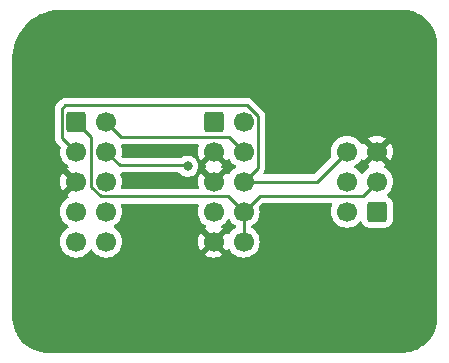
<source format=gbr>
%TF.GenerationSoftware,KiCad,Pcbnew,8.0.0*%
%TF.CreationDate,2024-04-02T10:27:19-06:00*%
%TF.ProjectId,swd_adapter,7377645f-6164-4617-9074-65722e6b6963,rev?*%
%TF.SameCoordinates,Original*%
%TF.FileFunction,Copper,L2,Bot*%
%TF.FilePolarity,Positive*%
%FSLAX46Y46*%
G04 Gerber Fmt 4.6, Leading zero omitted, Abs format (unit mm)*
G04 Created by KiCad (PCBNEW 8.0.0) date 2024-04-02 10:27:19*
%MOMM*%
%LPD*%
G01*
G04 APERTURE LIST*
G04 Aperture macros list*
%AMRoundRect*
0 Rectangle with rounded corners*
0 $1 Rounding radius*
0 $2 $3 $4 $5 $6 $7 $8 $9 X,Y pos of 4 corners*
0 Add a 4 corners polygon primitive as box body*
4,1,4,$2,$3,$4,$5,$6,$7,$8,$9,$2,$3,0*
0 Add four circle primitives for the rounded corners*
1,1,$1+$1,$2,$3*
1,1,$1+$1,$4,$5*
1,1,$1+$1,$6,$7*
1,1,$1+$1,$8,$9*
0 Add four rect primitives between the rounded corners*
20,1,$1+$1,$2,$3,$4,$5,0*
20,1,$1+$1,$4,$5,$6,$7,0*
20,1,$1+$1,$6,$7,$8,$9,0*
20,1,$1+$1,$8,$9,$2,$3,0*%
G04 Aperture macros list end*
%TA.AperFunction,ComponentPad*%
%ADD10RoundRect,0.250000X-0.600000X-0.600000X0.600000X-0.600000X0.600000X0.600000X-0.600000X0.600000X0*%
%TD*%
%TA.AperFunction,ComponentPad*%
%ADD11C,1.700000*%
%TD*%
%TA.AperFunction,ComponentPad*%
%ADD12RoundRect,0.250000X0.600000X0.600000X-0.600000X0.600000X-0.600000X-0.600000X0.600000X-0.600000X0*%
%TD*%
%TA.AperFunction,ViaPad*%
%ADD13C,0.800000*%
%TD*%
%TA.AperFunction,Conductor*%
%ADD14C,0.250000*%
%TD*%
G04 APERTURE END LIST*
D10*
%TO.P,J1,1,VTref*%
%TO.N,/Vcc*%
X115650000Y-58520000D03*
D11*
%TO.P,J1,2,SWDIO/TMS*%
%TO.N,/SWDIO*%
X118190000Y-58520000D03*
%TO.P,J1,3,GND*%
%TO.N,GND*%
X115650000Y-61060000D03*
%TO.P,J1,4,SWCLK/TCK*%
%TO.N,/SWCLK*%
X118190000Y-61060000D03*
%TO.P,J1,5,GND*%
%TO.N,GND*%
X115650000Y-63600000D03*
%TO.P,J1,6,SWO/TDO*%
%TO.N,/SWO*%
X118190000Y-63600000D03*
%TO.P,J1,7,KEY*%
%TO.N,unconnected-(J1-KEY-Pad7)*%
X115650000Y-66140000D03*
%TO.P,J1,8,NC/TDI*%
%TO.N,/RST*%
X118190000Y-66140000D03*
%TO.P,J1,9,GNDDetect*%
%TO.N,GND*%
X115650000Y-68680000D03*
%TO.P,J1,10,~{RESET}*%
%TO.N,/RST*%
X118190000Y-68680000D03*
%TD*%
D10*
%TO.P,J3,1,Pin_1*%
%TO.N,/RST*%
X104000000Y-58520000D03*
D11*
%TO.P,J3,2,Pin_2*%
%TO.N,/SWCLK*%
X106540000Y-58520000D03*
%TO.P,J3,3,Pin_3*%
%TO.N,/SWO*%
X104000000Y-61060000D03*
%TO.P,J3,4,Pin_4*%
%TO.N,/SWDIO*%
X106540000Y-61060000D03*
%TO.P,J3,5,Pin_5*%
%TO.N,GND*%
X104000000Y-63600000D03*
%TO.P,J3,6,Pin_6*%
X106540000Y-63600000D03*
%TO.P,J3,7,Pin_7*%
%TO.N,/Vcc*%
X104000000Y-66140000D03*
%TO.P,J3,8,Pin_8*%
X106540000Y-66140000D03*
%TO.P,J3,9,Pin_9*%
%TO.N,unconnected-(J3-Pin_9-Pad9)*%
X104000000Y-68680000D03*
%TO.P,J3,10,Pin_10*%
%TO.N,unconnected-(J3-Pin_10-Pad10)*%
X106540000Y-68680000D03*
%TD*%
D12*
%TO.P,J2,1,VCC*%
%TO.N,/Vcc*%
X129467500Y-66145000D03*
D11*
%TO.P,J2,2,SWDIO*%
%TO.N,/SWDIO*%
X126927500Y-66145000D03*
%TO.P,J2,3,~{RESET}*%
%TO.N,/RST*%
X129467500Y-63605000D03*
%TO.P,J2,4,SWCLK*%
%TO.N,/SWCLK*%
X126927500Y-63605000D03*
%TO.P,J2,5,GND*%
%TO.N,GND*%
X129467500Y-61065000D03*
%TO.P,J2,6,SWO*%
%TO.N,/SWO*%
X126927500Y-61065000D03*
%TD*%
D13*
%TO.N,/SWDIO*%
X113450000Y-62300000D03*
%TD*%
D14*
%TO.N,/SWDIO*%
X107680000Y-62200000D02*
X106540000Y-61060000D01*
X113350000Y-62200000D02*
X107680000Y-62200000D01*
X113450000Y-62300000D02*
X113350000Y-62200000D01*
%TO.N,/SWCLK*%
X118190000Y-61060000D02*
X116930000Y-59800000D01*
X107820000Y-59800000D02*
X106540000Y-58520000D01*
X116930000Y-59800000D02*
X107820000Y-59800000D01*
%TO.N,/SWO*%
X102825000Y-59885000D02*
X102825000Y-57425000D01*
X119365000Y-58033299D02*
X119365000Y-62425000D01*
X118190000Y-63600000D02*
X124392500Y-63600000D01*
X104000000Y-61060000D02*
X102825000Y-59885000D01*
X119365000Y-62425000D02*
X118190000Y-63600000D01*
X103100000Y-57150000D02*
X118481701Y-57150000D01*
X124392500Y-63600000D02*
X126927500Y-61065000D01*
X102825000Y-57425000D02*
X103100000Y-57150000D01*
X118481701Y-57150000D02*
X119365000Y-58033299D01*
%TO.N,/RST*%
X128292500Y-64780000D02*
X129467500Y-63605000D01*
X105300000Y-59820000D02*
X105300000Y-64021701D01*
X106128299Y-64850000D02*
X116900000Y-64850000D01*
X105300000Y-64021701D02*
X106128299Y-64850000D01*
X119550000Y-64780000D02*
X128292500Y-64780000D01*
X118190000Y-67350000D02*
X118190000Y-66140000D01*
X116900000Y-64850000D02*
X118190000Y-66140000D01*
X118190000Y-66140000D02*
X119550000Y-64780000D01*
X104000000Y-58520000D02*
X105300000Y-59820000D01*
X118190000Y-68680000D02*
X118190000Y-67350000D01*
%TD*%
%TA.AperFunction,Conductor*%
%TO.N,GND*%
G36*
X117004855Y-66806546D02*
G01*
X117021575Y-66825842D01*
X117151501Y-67011396D01*
X117151506Y-67011402D01*
X117318597Y-67178493D01*
X117318603Y-67178498D01*
X117504158Y-67308425D01*
X117547783Y-67363002D01*
X117554977Y-67432500D01*
X117523454Y-67494855D01*
X117504158Y-67511575D01*
X117318597Y-67641505D01*
X117151505Y-67808597D01*
X117021269Y-67994595D01*
X116966692Y-68038220D01*
X116897194Y-68045414D01*
X116834839Y-68013891D01*
X116818119Y-67994595D01*
X116764925Y-67918626D01*
X116764925Y-67918625D01*
X116132962Y-68550589D01*
X116115925Y-68487007D01*
X116050099Y-68372993D01*
X115957007Y-68279901D01*
X115842993Y-68214075D01*
X115779410Y-68197037D01*
X116411373Y-67565073D01*
X116411373Y-67565072D01*
X116335405Y-67511880D01*
X116291780Y-67457304D01*
X116284586Y-67387805D01*
X116316108Y-67325451D01*
X116335399Y-67308734D01*
X116521401Y-67178495D01*
X116688495Y-67011401D01*
X116818425Y-66825842D01*
X116873002Y-66782217D01*
X116942500Y-66775023D01*
X117004855Y-66806546D01*
G37*
%TD.AperFunction*%
%TA.AperFunction,Conductor*%
G36*
X114328760Y-60445185D02*
G01*
X114374515Y-60497989D01*
X114384459Y-60567147D01*
X114378241Y-60591917D01*
X114376566Y-60596516D01*
X114315432Y-60824673D01*
X114315430Y-60824684D01*
X114294843Y-61059998D01*
X114294843Y-61060001D01*
X114315430Y-61295315D01*
X114315432Y-61295326D01*
X114376566Y-61523483D01*
X114376570Y-61523492D01*
X114476400Y-61737579D01*
X114476402Y-61737583D01*
X114535072Y-61821373D01*
X114535073Y-61821373D01*
X115167037Y-61189408D01*
X115184075Y-61252993D01*
X115249901Y-61367007D01*
X115342993Y-61460099D01*
X115457007Y-61525925D01*
X115520590Y-61542962D01*
X114888625Y-62174925D01*
X114965031Y-62228425D01*
X115008655Y-62283002D01*
X115015848Y-62352501D01*
X114984326Y-62414855D01*
X114965029Y-62431576D01*
X114888625Y-62485072D01*
X115520590Y-63117037D01*
X115457007Y-63134075D01*
X115342993Y-63199901D01*
X115249901Y-63292993D01*
X115184075Y-63407007D01*
X115167037Y-63470590D01*
X114535072Y-62838625D01*
X114476401Y-62922419D01*
X114376570Y-63136507D01*
X114376566Y-63136516D01*
X114315432Y-63364673D01*
X114315430Y-63364684D01*
X114294843Y-63599998D01*
X114294843Y-63600001D01*
X114315430Y-63835315D01*
X114315432Y-63835326D01*
X114377886Y-64068407D01*
X114376223Y-64138256D01*
X114337060Y-64196119D01*
X114272832Y-64223623D01*
X114258111Y-64224500D01*
X107931889Y-64224500D01*
X107864850Y-64204815D01*
X107819095Y-64152011D01*
X107809151Y-64082853D01*
X107812114Y-64068407D01*
X107874567Y-63835326D01*
X107874569Y-63835315D01*
X107895157Y-63600001D01*
X107895157Y-63599998D01*
X107874569Y-63364684D01*
X107874567Y-63364673D01*
X107813433Y-63136516D01*
X107813429Y-63136507D01*
X107750664Y-63001905D01*
X107740172Y-62932827D01*
X107768692Y-62869043D01*
X107827168Y-62830804D01*
X107863046Y-62825500D01*
X112656212Y-62825500D01*
X112723251Y-62845185D01*
X112748360Y-62866527D01*
X112780311Y-62902011D01*
X112844129Y-62972888D01*
X112997265Y-63084148D01*
X112997270Y-63084151D01*
X113170192Y-63161142D01*
X113170197Y-63161144D01*
X113355354Y-63200500D01*
X113355355Y-63200500D01*
X113544644Y-63200500D01*
X113544646Y-63200500D01*
X113729803Y-63161144D01*
X113902730Y-63084151D01*
X114055871Y-62972888D01*
X114182533Y-62832216D01*
X114277179Y-62668284D01*
X114335674Y-62488256D01*
X114355460Y-62300000D01*
X114335674Y-62111744D01*
X114277179Y-61931716D01*
X114182533Y-61767784D01*
X114055871Y-61627112D01*
X113983457Y-61574500D01*
X113902734Y-61515851D01*
X113902729Y-61515848D01*
X113729807Y-61438857D01*
X113729802Y-61438855D01*
X113584001Y-61407865D01*
X113544646Y-61399500D01*
X113355354Y-61399500D01*
X113322897Y-61406398D01*
X113170197Y-61438855D01*
X113170192Y-61438857D01*
X112997270Y-61515848D01*
X112997265Y-61515851D01*
X112949138Y-61550818D01*
X112883331Y-61574298D01*
X112876253Y-61574500D01*
X107990453Y-61574500D01*
X107923414Y-61554815D01*
X107902772Y-61538181D01*
X107880237Y-61515646D01*
X107846752Y-61454323D01*
X107848142Y-61395876D01*
X107875063Y-61295408D01*
X107895659Y-61060000D01*
X107875063Y-60824592D01*
X107813903Y-60596337D01*
X107812293Y-60591913D01*
X107807860Y-60522184D01*
X107841830Y-60461127D01*
X107903416Y-60428129D01*
X107928814Y-60425500D01*
X114261721Y-60425500D01*
X114328760Y-60445185D01*
G37*
%TD.AperFunction*%
%TA.AperFunction,Conductor*%
G36*
X116764925Y-61821373D02*
G01*
X116818119Y-61745405D01*
X116872696Y-61701781D01*
X116942195Y-61694588D01*
X117004549Y-61726110D01*
X117021269Y-61745405D01*
X117151505Y-61931401D01*
X117151506Y-61931402D01*
X117318597Y-62098493D01*
X117318603Y-62098498D01*
X117504158Y-62228425D01*
X117547783Y-62283002D01*
X117554977Y-62352500D01*
X117523454Y-62414855D01*
X117504158Y-62431575D01*
X117318597Y-62561505D01*
X117151505Y-62728597D01*
X117021269Y-62914595D01*
X116966692Y-62958220D01*
X116897194Y-62965414D01*
X116834839Y-62933891D01*
X116818119Y-62914595D01*
X116764925Y-62838626D01*
X116764925Y-62838625D01*
X116132961Y-63470588D01*
X116115925Y-63407007D01*
X116050099Y-63292993D01*
X115957007Y-63199901D01*
X115842993Y-63134075D01*
X115779410Y-63117037D01*
X116411373Y-62485073D01*
X116334969Y-62431576D01*
X116291344Y-62376999D01*
X116284150Y-62307501D01*
X116315672Y-62245146D01*
X116334968Y-62228425D01*
X116411373Y-62174925D01*
X115779409Y-61542962D01*
X115842993Y-61525925D01*
X115957007Y-61460099D01*
X116050099Y-61367007D01*
X116115925Y-61252993D01*
X116132962Y-61189410D01*
X116764925Y-61821373D01*
G37*
%TD.AperFunction*%
%TA.AperFunction,Conductor*%
G36*
X129001575Y-61257993D02*
G01*
X129067401Y-61372007D01*
X129160493Y-61465099D01*
X129274507Y-61530925D01*
X129338090Y-61547962D01*
X128706125Y-62179925D01*
X128782094Y-62233119D01*
X128825719Y-62287696D01*
X128832913Y-62357194D01*
X128801390Y-62419549D01*
X128782095Y-62436269D01*
X128596094Y-62566508D01*
X128429005Y-62733597D01*
X128299075Y-62919158D01*
X128244498Y-62962783D01*
X128175000Y-62969977D01*
X128112645Y-62938454D01*
X128095925Y-62919158D01*
X127965994Y-62733597D01*
X127798902Y-62566506D01*
X127798896Y-62566501D01*
X127613342Y-62436575D01*
X127569717Y-62381998D01*
X127562523Y-62312500D01*
X127594046Y-62250145D01*
X127613342Y-62233425D01*
X127787120Y-62111744D01*
X127798901Y-62103495D01*
X127965995Y-61936401D01*
X128096232Y-61750403D01*
X128150807Y-61706780D01*
X128220305Y-61699586D01*
X128282660Y-61731109D01*
X128299380Y-61750405D01*
X128352573Y-61826373D01*
X128984537Y-61194409D01*
X129001575Y-61257993D01*
G37*
%TD.AperFunction*%
%TA.AperFunction,Conductor*%
G36*
X131600860Y-49049596D02*
G01*
X131603666Y-49049635D01*
X131764001Y-49051872D01*
X131776268Y-49052653D01*
X132101306Y-49089668D01*
X132115131Y-49092042D01*
X132433029Y-49165398D01*
X132446511Y-49169325D01*
X132754072Y-49278180D01*
X132767013Y-49283604D01*
X133060281Y-49426558D01*
X133072540Y-49433420D01*
X133347736Y-49608630D01*
X133359132Y-49616828D01*
X133612756Y-49822068D01*
X133623144Y-49831497D01*
X133851906Y-50064104D01*
X133861176Y-50074665D01*
X134062140Y-50331649D01*
X134070156Y-50343192D01*
X134240756Y-50621270D01*
X134247413Y-50633645D01*
X134385456Y-50929242D01*
X134390672Y-50942292D01*
X134494378Y-51251604D01*
X134498083Y-51265159D01*
X134566129Y-51584226D01*
X134568276Y-51598114D01*
X134599865Y-51923678D01*
X134600445Y-51935989D01*
X134600000Y-52100168D01*
X134600000Y-75099117D01*
X134599988Y-75100855D01*
X134597725Y-75262256D01*
X134596957Y-75274402D01*
X134560722Y-75595992D01*
X134558393Y-75609700D01*
X134486573Y-75924366D01*
X134482724Y-75937729D01*
X134376120Y-76242386D01*
X134370798Y-76255233D01*
X134230760Y-76546025D01*
X134224034Y-76558195D01*
X134052314Y-76831486D01*
X134044267Y-76842827D01*
X133843028Y-77095173D01*
X133833762Y-77105541D01*
X133605541Y-77333762D01*
X133595173Y-77343028D01*
X133342827Y-77544267D01*
X133331486Y-77552314D01*
X133058195Y-77724034D01*
X133046025Y-77730760D01*
X132755233Y-77870798D01*
X132742386Y-77876120D01*
X132437729Y-77982724D01*
X132424366Y-77986573D01*
X132109700Y-78058393D01*
X132095992Y-78060722D01*
X131774402Y-78096957D01*
X131762256Y-78097725D01*
X131600856Y-78099988D01*
X131599118Y-78100000D01*
X101572620Y-78100000D01*
X101569997Y-78099972D01*
X101553158Y-78099615D01*
X101409811Y-78096582D01*
X101397740Y-78095736D01*
X101077828Y-78057554D01*
X101064196Y-78055149D01*
X100751379Y-77981747D01*
X100738104Y-77977839D01*
X100435415Y-77870026D01*
X100422665Y-77864665D01*
X100133883Y-77723788D01*
X100121800Y-77717034D01*
X99850521Y-77544848D01*
X99839266Y-77536789D01*
X99588875Y-77335443D01*
X99578588Y-77326180D01*
X99352193Y-77098174D01*
X99343003Y-77087822D01*
X99143422Y-76835988D01*
X99135468Y-76824711D01*
X98965191Y-76552188D01*
X98958532Y-76540073D01*
X98822071Y-76255233D01*
X98819705Y-76250293D01*
X98814438Y-76237515D01*
X98708769Y-75934053D01*
X98704956Y-75920752D01*
X98633772Y-75607413D01*
X98631469Y-75593794D01*
X98595558Y-75273622D01*
X98594798Y-75261516D01*
X98592577Y-75100868D01*
X98592565Y-75099154D01*
X98592565Y-59946611D01*
X102199500Y-59946611D01*
X102223535Y-60067444D01*
X102223540Y-60067461D01*
X102270685Y-60181281D01*
X102270690Y-60181290D01*
X102295711Y-60218735D01*
X102295712Y-60218736D01*
X102339141Y-60283732D01*
X102339144Y-60283736D01*
X102430586Y-60375178D01*
X102430608Y-60375198D01*
X102659762Y-60604352D01*
X102693247Y-60665675D01*
X102691856Y-60724126D01*
X102664938Y-60824586D01*
X102664936Y-60824596D01*
X102644341Y-61059999D01*
X102644341Y-61060000D01*
X102664936Y-61295403D01*
X102664938Y-61295413D01*
X102726094Y-61523655D01*
X102726096Y-61523659D01*
X102726097Y-61523663D01*
X102809155Y-61701781D01*
X102825965Y-61737830D01*
X102825967Y-61737834D01*
X102934281Y-61892521D01*
X102961505Y-61931401D01*
X103128599Y-62098495D01*
X103314158Y-62228425D01*
X103314594Y-62228730D01*
X103358218Y-62283307D01*
X103365411Y-62352806D01*
X103333889Y-62415160D01*
X103314593Y-62431880D01*
X103238626Y-62485072D01*
X103238625Y-62485072D01*
X103870590Y-63117037D01*
X103807007Y-63134075D01*
X103692993Y-63199901D01*
X103599901Y-63292993D01*
X103534075Y-63407007D01*
X103517037Y-63470589D01*
X102885073Y-62838625D01*
X102885072Y-62838625D01*
X102826401Y-62922419D01*
X102726570Y-63136507D01*
X102726566Y-63136516D01*
X102665432Y-63364673D01*
X102665430Y-63364684D01*
X102644843Y-63599998D01*
X102644843Y-63600001D01*
X102665430Y-63835315D01*
X102665432Y-63835326D01*
X102726566Y-64063483D01*
X102726570Y-64063492D01*
X102826400Y-64277579D01*
X102826402Y-64277583D01*
X102885072Y-64361373D01*
X102885073Y-64361373D01*
X103517037Y-63729409D01*
X103534075Y-63792993D01*
X103599901Y-63907007D01*
X103692993Y-64000099D01*
X103807007Y-64065925D01*
X103870588Y-64082961D01*
X103238625Y-64714925D01*
X103314594Y-64768119D01*
X103358219Y-64822696D01*
X103365413Y-64892194D01*
X103333890Y-64954549D01*
X103314595Y-64971269D01*
X103128594Y-65101508D01*
X102961505Y-65268597D01*
X102825965Y-65462169D01*
X102825964Y-65462171D01*
X102726098Y-65676335D01*
X102726094Y-65676344D01*
X102664938Y-65904586D01*
X102664936Y-65904596D01*
X102644341Y-66139999D01*
X102644341Y-66140000D01*
X102664936Y-66375403D01*
X102664938Y-66375413D01*
X102726094Y-66603655D01*
X102726096Y-66603659D01*
X102726097Y-66603663D01*
X102815323Y-66795008D01*
X102825965Y-66817830D01*
X102825967Y-66817834D01*
X102934281Y-66972521D01*
X102961501Y-67011396D01*
X102961506Y-67011402D01*
X103128597Y-67178493D01*
X103128603Y-67178498D01*
X103314158Y-67308425D01*
X103357783Y-67363002D01*
X103364977Y-67432500D01*
X103333454Y-67494855D01*
X103314158Y-67511575D01*
X103128597Y-67641505D01*
X102961505Y-67808597D01*
X102825965Y-68002169D01*
X102825964Y-68002171D01*
X102726098Y-68216335D01*
X102726094Y-68216344D01*
X102664938Y-68444586D01*
X102664936Y-68444596D01*
X102644341Y-68679999D01*
X102644341Y-68680000D01*
X102664936Y-68915403D01*
X102664938Y-68915413D01*
X102726094Y-69143655D01*
X102726096Y-69143659D01*
X102726097Y-69143663D01*
X102805801Y-69314588D01*
X102825965Y-69357830D01*
X102825967Y-69357834D01*
X102884462Y-69441373D01*
X102961505Y-69551401D01*
X103128599Y-69718495D01*
X103225384Y-69786265D01*
X103322165Y-69854032D01*
X103322167Y-69854033D01*
X103322170Y-69854035D01*
X103536337Y-69953903D01*
X103764592Y-70015063D01*
X103952918Y-70031539D01*
X103999999Y-70035659D01*
X104000000Y-70035659D01*
X104000001Y-70035659D01*
X104039234Y-70032226D01*
X104235408Y-70015063D01*
X104463663Y-69953903D01*
X104677830Y-69854035D01*
X104871401Y-69718495D01*
X105038495Y-69551401D01*
X105168425Y-69365842D01*
X105223002Y-69322217D01*
X105292500Y-69315023D01*
X105354855Y-69346546D01*
X105371575Y-69365842D01*
X105501500Y-69551395D01*
X105501505Y-69551401D01*
X105668599Y-69718495D01*
X105765384Y-69786265D01*
X105862165Y-69854032D01*
X105862167Y-69854033D01*
X105862170Y-69854035D01*
X106076337Y-69953903D01*
X106304592Y-70015063D01*
X106492918Y-70031539D01*
X106539999Y-70035659D01*
X106540000Y-70035659D01*
X106540001Y-70035659D01*
X106579234Y-70032226D01*
X106775408Y-70015063D01*
X107003663Y-69953903D01*
X107217830Y-69854035D01*
X107411401Y-69718495D01*
X107578495Y-69551401D01*
X107714035Y-69357830D01*
X107813903Y-69143663D01*
X107875063Y-68915408D01*
X107895659Y-68680000D01*
X107875063Y-68444592D01*
X107813903Y-68216337D01*
X107714035Y-68002171D01*
X107708731Y-67994595D01*
X107578494Y-67808597D01*
X107411402Y-67641506D01*
X107411396Y-67641501D01*
X107225842Y-67511575D01*
X107182217Y-67456998D01*
X107175023Y-67387500D01*
X107206546Y-67325145D01*
X107225842Y-67308425D01*
X107248026Y-67292891D01*
X107411401Y-67178495D01*
X107578495Y-67011401D01*
X107714035Y-66817830D01*
X107813903Y-66603663D01*
X107875063Y-66375408D01*
X107895659Y-66140000D01*
X107875063Y-65904592D01*
X107813903Y-65676337D01*
X107802509Y-65651904D01*
X107792018Y-65582827D01*
X107820538Y-65519043D01*
X107879014Y-65480804D01*
X107914892Y-65475500D01*
X114275108Y-65475500D01*
X114342147Y-65495185D01*
X114387902Y-65547989D01*
X114397846Y-65617147D01*
X114387490Y-65651905D01*
X114376098Y-65676335D01*
X114376094Y-65676344D01*
X114314938Y-65904586D01*
X114314936Y-65904596D01*
X114294341Y-66139999D01*
X114294341Y-66140000D01*
X114314936Y-66375403D01*
X114314938Y-66375413D01*
X114376094Y-66603655D01*
X114376096Y-66603659D01*
X114376097Y-66603663D01*
X114465323Y-66795008D01*
X114475965Y-66817830D01*
X114475967Y-66817834D01*
X114584281Y-66972521D01*
X114611505Y-67011401D01*
X114778599Y-67178495D01*
X114964157Y-67308424D01*
X114964594Y-67308730D01*
X115008218Y-67363307D01*
X115015411Y-67432806D01*
X114983889Y-67495160D01*
X114964593Y-67511880D01*
X114888626Y-67565072D01*
X114888625Y-67565072D01*
X115520590Y-68197037D01*
X115457007Y-68214075D01*
X115342993Y-68279901D01*
X115249901Y-68372993D01*
X115184075Y-68487007D01*
X115167037Y-68550589D01*
X114535073Y-67918625D01*
X114535072Y-67918625D01*
X114476401Y-68002419D01*
X114376570Y-68216507D01*
X114376566Y-68216516D01*
X114315432Y-68444673D01*
X114315430Y-68444684D01*
X114294843Y-68679998D01*
X114294843Y-68680001D01*
X114315430Y-68915315D01*
X114315432Y-68915326D01*
X114376566Y-69143483D01*
X114376570Y-69143492D01*
X114476400Y-69357579D01*
X114476402Y-69357583D01*
X114535072Y-69441373D01*
X114535073Y-69441373D01*
X115167037Y-68809409D01*
X115184075Y-68872993D01*
X115249901Y-68987007D01*
X115342993Y-69080099D01*
X115457007Y-69145925D01*
X115520590Y-69162962D01*
X114888625Y-69794925D01*
X114972421Y-69853599D01*
X115186507Y-69953429D01*
X115186516Y-69953433D01*
X115414673Y-70014567D01*
X115414684Y-70014569D01*
X115649998Y-70035157D01*
X115650002Y-70035157D01*
X115885315Y-70014569D01*
X115885326Y-70014567D01*
X116113483Y-69953433D01*
X116113492Y-69953429D01*
X116327578Y-69853600D01*
X116327582Y-69853598D01*
X116411373Y-69794926D01*
X116411373Y-69794925D01*
X115779409Y-69162962D01*
X115842993Y-69145925D01*
X115957007Y-69080099D01*
X116050099Y-68987007D01*
X116115925Y-68872993D01*
X116132962Y-68809410D01*
X116764925Y-69441373D01*
X116818119Y-69365405D01*
X116872696Y-69321781D01*
X116942195Y-69314588D01*
X117004549Y-69346110D01*
X117021269Y-69365405D01*
X117151505Y-69551401D01*
X117318599Y-69718495D01*
X117415384Y-69786265D01*
X117512165Y-69854032D01*
X117512167Y-69854033D01*
X117512170Y-69854035D01*
X117726337Y-69953903D01*
X117954592Y-70015063D01*
X118142918Y-70031539D01*
X118189999Y-70035659D01*
X118190000Y-70035659D01*
X118190001Y-70035659D01*
X118229234Y-70032226D01*
X118425408Y-70015063D01*
X118653663Y-69953903D01*
X118867830Y-69854035D01*
X119061401Y-69718495D01*
X119228495Y-69551401D01*
X119364035Y-69357830D01*
X119463903Y-69143663D01*
X119525063Y-68915408D01*
X119545659Y-68680000D01*
X119525063Y-68444592D01*
X119463903Y-68216337D01*
X119364035Y-68002171D01*
X119358731Y-67994595D01*
X119228494Y-67808597D01*
X119061402Y-67641506D01*
X119061401Y-67641505D01*
X118876277Y-67511880D01*
X118875839Y-67511573D01*
X118832216Y-67456997D01*
X118825023Y-67387498D01*
X118856545Y-67325144D01*
X118875831Y-67308432D01*
X119061401Y-67178495D01*
X119228495Y-67011401D01*
X119364035Y-66817830D01*
X119463903Y-66603663D01*
X119525063Y-66375408D01*
X119545659Y-66140000D01*
X119525063Y-65904592D01*
X119498143Y-65804125D01*
X119499806Y-65734277D01*
X119530234Y-65684354D01*
X119772773Y-65441818D01*
X119834097Y-65408334D01*
X119860454Y-65405500D01*
X125587581Y-65405500D01*
X125654620Y-65425185D01*
X125700375Y-65477989D01*
X125710319Y-65547147D01*
X125699963Y-65581905D01*
X125667321Y-65651905D01*
X125655930Y-65676335D01*
X125653598Y-65681335D01*
X125653594Y-65681344D01*
X125592438Y-65909586D01*
X125592436Y-65909596D01*
X125571841Y-66144999D01*
X125571841Y-66145000D01*
X125592436Y-66380403D01*
X125592438Y-66380413D01*
X125653594Y-66608655D01*
X125653596Y-66608659D01*
X125653597Y-66608663D01*
X125731172Y-66775023D01*
X125753465Y-66822830D01*
X125753467Y-66822834D01*
X125860170Y-66975220D01*
X125889005Y-67016401D01*
X126056099Y-67183495D01*
X126099175Y-67213657D01*
X126249665Y-67319032D01*
X126249667Y-67319033D01*
X126249670Y-67319035D01*
X126463837Y-67418903D01*
X126692092Y-67480063D01*
X126868534Y-67495500D01*
X126927499Y-67500659D01*
X126927500Y-67500659D01*
X126927501Y-67500659D01*
X126986466Y-67495500D01*
X127162908Y-67480063D01*
X127391163Y-67418903D01*
X127605330Y-67319035D01*
X127798901Y-67183495D01*
X127965995Y-67016401D01*
X127966004Y-67016388D01*
X127967136Y-67015040D01*
X127967793Y-67014602D01*
X127969823Y-67012573D01*
X127970230Y-67012980D01*
X128025305Y-66976334D01*
X128095166Y-66975220D01*
X128154538Y-67012053D01*
X128179835Y-67055733D01*
X128182686Y-67064334D01*
X128274788Y-67213656D01*
X128398844Y-67337712D01*
X128548166Y-67429814D01*
X128714703Y-67484999D01*
X128817491Y-67495500D01*
X130117508Y-67495499D01*
X130123813Y-67494855D01*
X130135395Y-67493671D01*
X130220297Y-67484999D01*
X130386834Y-67429814D01*
X130536156Y-67337712D01*
X130660212Y-67213656D01*
X130752314Y-67064334D01*
X130807499Y-66897797D01*
X130818000Y-66795009D01*
X130817999Y-65494992D01*
X130807499Y-65392203D01*
X130752314Y-65225666D01*
X130660212Y-65076344D01*
X130536156Y-64952288D01*
X130438728Y-64892194D01*
X130386836Y-64860187D01*
X130386831Y-64860185D01*
X130386715Y-64860146D01*
X130378233Y-64857336D01*
X130320790Y-64817564D01*
X130293967Y-64753048D01*
X130306282Y-64684272D01*
X130335267Y-64647517D01*
X130335073Y-64647323D01*
X130336719Y-64645676D01*
X130337540Y-64644636D01*
X130338888Y-64643504D01*
X130338901Y-64643495D01*
X130505995Y-64476401D01*
X130641535Y-64282830D01*
X130741403Y-64068663D01*
X130802563Y-63840408D01*
X130823159Y-63605000D01*
X130822721Y-63599999D01*
X130802563Y-63369596D01*
X130802563Y-63369592D01*
X130741403Y-63141337D01*
X130641535Y-62927171D01*
X130635925Y-62919158D01*
X130505994Y-62733597D01*
X130338902Y-62566506D01*
X130338901Y-62566505D01*
X130152905Y-62436269D01*
X130109281Y-62381692D01*
X130102088Y-62312193D01*
X130133610Y-62249839D01*
X130152905Y-62233119D01*
X130228873Y-62179925D01*
X129596909Y-61547962D01*
X129660493Y-61530925D01*
X129774507Y-61465099D01*
X129867599Y-61372007D01*
X129933425Y-61257993D01*
X129950462Y-61194410D01*
X130582425Y-61826373D01*
X130582426Y-61826373D01*
X130641098Y-61742582D01*
X130641100Y-61742578D01*
X130740929Y-61528492D01*
X130740933Y-61528483D01*
X130802067Y-61300326D01*
X130802069Y-61300315D01*
X130822657Y-61065001D01*
X130822657Y-61064998D01*
X130802069Y-60829684D01*
X130802067Y-60829673D01*
X130740933Y-60601516D01*
X130740929Y-60601507D01*
X130641100Y-60387423D01*
X130641099Y-60387421D01*
X130582425Y-60303626D01*
X130582425Y-60303625D01*
X129950462Y-60935589D01*
X129933425Y-60872007D01*
X129867599Y-60757993D01*
X129774507Y-60664901D01*
X129660493Y-60599075D01*
X129596910Y-60582037D01*
X130228873Y-59950073D01*
X130228873Y-59950072D01*
X130145083Y-59891402D01*
X130145079Y-59891400D01*
X129930992Y-59791570D01*
X129930983Y-59791566D01*
X129702826Y-59730432D01*
X129702815Y-59730430D01*
X129467502Y-59709843D01*
X129467498Y-59709843D01*
X129232184Y-59730430D01*
X129232173Y-59730432D01*
X129004016Y-59791566D01*
X129004007Y-59791570D01*
X128789919Y-59891401D01*
X128706125Y-59950072D01*
X129338090Y-60582037D01*
X129274507Y-60599075D01*
X129160493Y-60664901D01*
X129067401Y-60757993D01*
X129001575Y-60872007D01*
X128984537Y-60935589D01*
X128352573Y-60303626D01*
X128299381Y-60379594D01*
X128244804Y-60423219D01*
X128175306Y-60430413D01*
X128112951Y-60398891D01*
X128096230Y-60379594D01*
X127965994Y-60193597D01*
X127798902Y-60026506D01*
X127798895Y-60026501D01*
X127605334Y-59890967D01*
X127605330Y-59890965D01*
X127466276Y-59826123D01*
X127391163Y-59791097D01*
X127391159Y-59791096D01*
X127391155Y-59791094D01*
X127162913Y-59729938D01*
X127162903Y-59729936D01*
X126927501Y-59709341D01*
X126927499Y-59709341D01*
X126692096Y-59729936D01*
X126692086Y-59729938D01*
X126463844Y-59791094D01*
X126463835Y-59791098D01*
X126249671Y-59890964D01*
X126249669Y-59890965D01*
X126056097Y-60026505D01*
X125889005Y-60193597D01*
X125753465Y-60387169D01*
X125753464Y-60387171D01*
X125653598Y-60601335D01*
X125653594Y-60601344D01*
X125592438Y-60829586D01*
X125592436Y-60829596D01*
X125571841Y-61064999D01*
X125571841Y-61065000D01*
X125592436Y-61300403D01*
X125592438Y-61300413D01*
X125619356Y-61400872D01*
X125617693Y-61470722D01*
X125587262Y-61520646D01*
X124169729Y-62938181D01*
X124108406Y-62971666D01*
X124082048Y-62974500D01*
X119982107Y-62974500D01*
X119915068Y-62954815D01*
X119869313Y-62902011D01*
X119859369Y-62832853D01*
X119879004Y-62781610D01*
X119897244Y-62754311D01*
X119919311Y-62721286D01*
X119919312Y-62721285D01*
X119946932Y-62654603D01*
X119966463Y-62607452D01*
X119990500Y-62486606D01*
X119990500Y-57971693D01*
X119966463Y-57850847D01*
X119919311Y-57737013D01*
X119919310Y-57737012D01*
X119919307Y-57737006D01*
X119850859Y-57634567D01*
X119850858Y-57634566D01*
X119763733Y-57547441D01*
X119763732Y-57547440D01*
X118974628Y-56758337D01*
X118974626Y-56758334D01*
X118974626Y-56758335D01*
X118967559Y-56751268D01*
X118967559Y-56751267D01*
X118880434Y-56664142D01*
X118880433Y-56664141D01*
X118880432Y-56664140D01*
X118829210Y-56629915D01*
X118777988Y-56595689D01*
X118777987Y-56595688D01*
X118777984Y-56595686D01*
X118777981Y-56595685D01*
X118697493Y-56562347D01*
X118664154Y-56548537D01*
X118654128Y-56546543D01*
X118603730Y-56536518D01*
X118543311Y-56524500D01*
X118543308Y-56524500D01*
X118543307Y-56524500D01*
X103038394Y-56524500D01*
X103038389Y-56524500D01*
X102917553Y-56548535D01*
X102917541Y-56548539D01*
X102885262Y-56561909D01*
X102870397Y-56568067D01*
X102803719Y-56595685D01*
X102803717Y-56595686D01*
X102701266Y-56664141D01*
X102701263Y-56664144D01*
X102426269Y-56939140D01*
X102339144Y-57026264D01*
X102339138Y-57026272D01*
X102270690Y-57128708D01*
X102270688Y-57128713D01*
X102253793Y-57169500D01*
X102253794Y-57169501D01*
X102226589Y-57235182D01*
X102226586Y-57235188D01*
X102223538Y-57242544D01*
X102223538Y-57242545D01*
X102205655Y-57332453D01*
X102205654Y-57332454D01*
X102199500Y-57363391D01*
X102199500Y-59946611D01*
X98592565Y-59946611D01*
X98592565Y-53200389D01*
X98592574Y-53198856D01*
X98595018Y-53001150D01*
X98595606Y-52990529D01*
X98634432Y-52596333D01*
X98636214Y-52584320D01*
X98713342Y-52196577D01*
X98716288Y-52184810D01*
X98831064Y-51806451D01*
X98835145Y-51795045D01*
X98986442Y-51429784D01*
X98991638Y-51418800D01*
X99177997Y-51070145D01*
X99184242Y-51059725D01*
X99403882Y-50731010D01*
X99411128Y-50721241D01*
X99661924Y-50415645D01*
X99670075Y-50406651D01*
X99949636Y-50127088D01*
X99958631Y-50118935D01*
X100264244Y-49868124D01*
X100273983Y-49860902D01*
X100602707Y-49641253D01*
X100613124Y-49635009D01*
X100961786Y-49448643D01*
X100972774Y-49443446D01*
X101338022Y-49292154D01*
X101349460Y-49288062D01*
X101727784Y-49173296D01*
X101739546Y-49170350D01*
X102127297Y-49093219D01*
X102139322Y-49091434D01*
X102533521Y-49052606D01*
X102544125Y-49052019D01*
X102740975Y-49049603D01*
X102741833Y-49049593D01*
X102743355Y-49049584D01*
X131599131Y-49049584D01*
X131600860Y-49049596D01*
G37*
%TD.AperFunction*%
%TD*%
M02*

</source>
